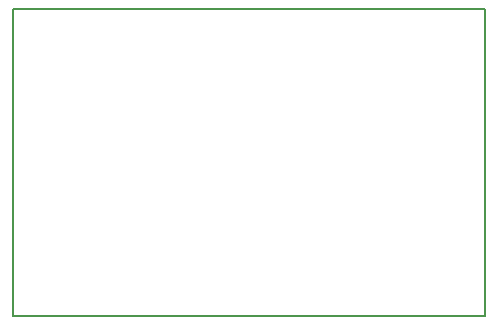
<source format=gbr>
G04 #@! TF.GenerationSoftware,KiCad,Pcbnew,5.0.2-bee76a0~70~ubuntu18.04.1*
G04 #@! TF.CreationDate,2019-06-05T16:51:15+03:00*
G04 #@! TF.ProjectId,mini_DCDC,6d696e69-5f44-4434-9443-2e6b69636164,rev?*
G04 #@! TF.SameCoordinates,Original*
G04 #@! TF.FileFunction,Profile,NP*
%FSLAX46Y46*%
G04 Gerber Fmt 4.6, Leading zero omitted, Abs format (unit mm)*
G04 Created by KiCad (PCBNEW 5.0.2-bee76a0~70~ubuntu18.04.1) date Ср 05 июн 2019 16:51:15*
%MOMM*%
%LPD*%
G01*
G04 APERTURE LIST*
%ADD10C,0.200000*%
G04 APERTURE END LIST*
D10*
X90000000Y-100000000D02*
X50000000Y-100000000D01*
X90000000Y-74000000D02*
X90000000Y-100000000D01*
X50000000Y-74000000D02*
X90000000Y-74000000D01*
X50000000Y-100000000D02*
X50000000Y-74000000D01*
M02*

</source>
